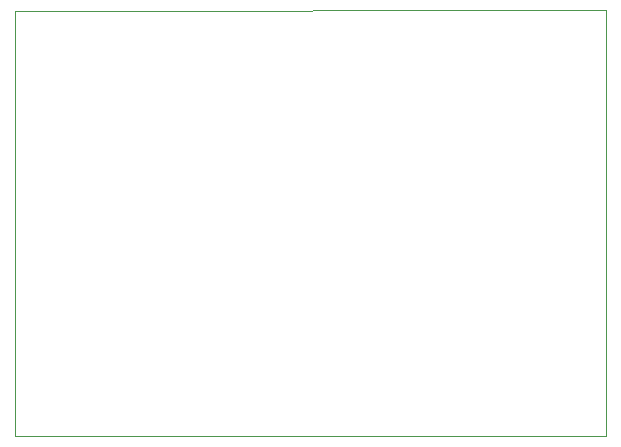
<source format=gm1>
%TF.GenerationSoftware,KiCad,Pcbnew,(5.1.10)-1*%
%TF.CreationDate,2022-04-04T21:04:04+02:00*%
%TF.ProjectId,Quickshifter3,51756963-6b73-4686-9966-746572332e6b,rev?*%
%TF.SameCoordinates,Original*%
%TF.FileFunction,Profile,NP*%
%FSLAX46Y46*%
G04 Gerber Fmt 4.6, Leading zero omitted, Abs format (unit mm)*
G04 Created by KiCad (PCBNEW (5.1.10)-1) date 2022-04-04 21:04:04*
%MOMM*%
%LPD*%
G01*
G04 APERTURE LIST*
%TA.AperFunction,Profile*%
%ADD10C,0.050000*%
%TD*%
G04 APERTURE END LIST*
D10*
X132000000Y-38957000D02*
X132000000Y-75000000D01*
X82000000Y-75000000D02*
X132000000Y-75000000D01*
X82000000Y-39000000D02*
X132000000Y-38957000D01*
X82000000Y-39000000D02*
X82000000Y-75000000D01*
M02*

</source>
